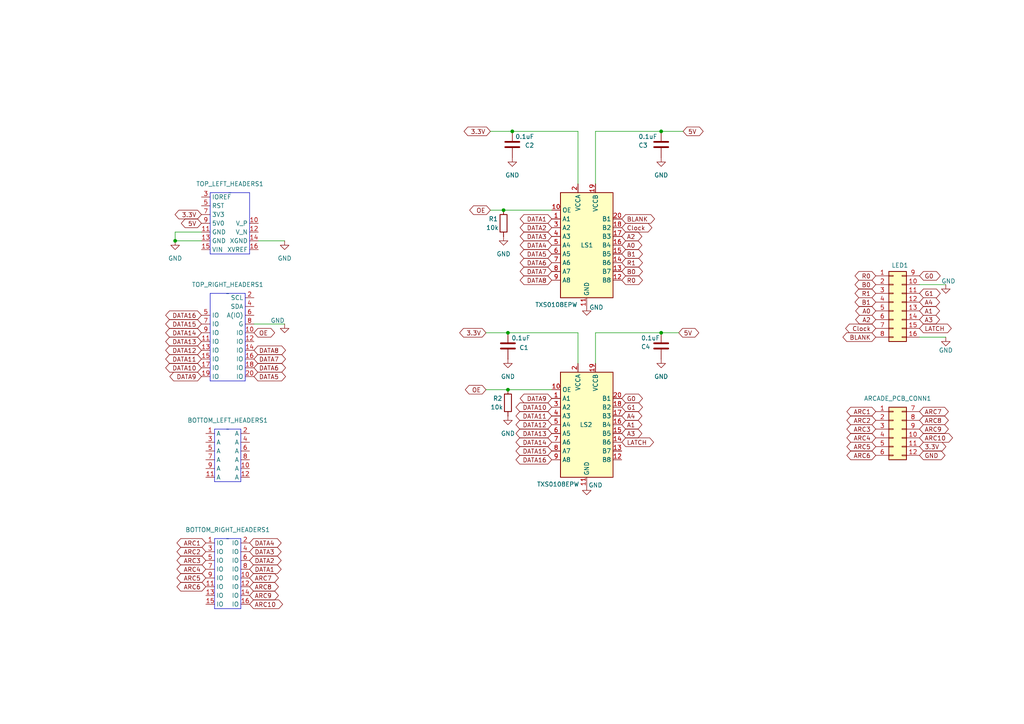
<source format=kicad_sch>
(kicad_sch (version 20250114) (generator "eeschema") (generator_version "9.0")
  (paper "A4")
  (title_block (title "SPUD"))
  (lib_symbols
    (symbol "C_1" (pin_numbers (hide yes)) (pin_names (offset 0.254))
      (property "Reference" "C1" (at 6.35 -0.254 0))
      (property "Value" "0.1uF" (at 6.35 2.286 0))
      (symbol "C_1_0_1"
        (polyline (pts (xy -2.032 0.762) (xy 2.032 0.762)) (stroke (width 0.508)))
        (polyline (pts (xy -2.032 -0.762) (xy 2.032 -0.762)) (stroke (width 0.508)))
      )
      (symbol "C_1_1_1"
        (pin passive line (at 0 3.81 270) (length 2.794) (name "~") (number "1"))
        (pin passive line (at 0 -3.81 90) (length 2.794) (name "~") (number "2"))
      )
    )
    (symbol "Connector_Generic:ARCADE_PCB_CONN" (pin_names (offset 1.016) (hide yes))
      (property "Reference" "J" (at 1.27 7.62 0))
      (property "Value" "Conn_02x06_Top_Bottom" (at 1.27 -10.16 0))
      (symbol "ARCADE_PCB_CONN_1_1"
        (rectangle (start -1.27 6.35) (end 3.81 -8.89) (stroke (width 0.254)) (fill (type background)))
        (rectangle (start -1.27 5.207) (end 0 4.953) (stroke (width 0.1524)))
        (rectangle (start -1.27 2.667) (end 0 2.413) (stroke (width 0.1524)))
        (rectangle (start -1.27 0.127) (end 0 -0.127) (stroke (width 0.1524)))
        (rectangle (start -1.27 -2.413) (end 0 -2.667) (stroke (width 0.1524)))
        (rectangle (start -1.27 -4.953) (end 0 -5.207) (stroke (width 0.1524)))
        (rectangle (start -1.27 -7.493) (end 0 -7.747) (stroke (width 0.1524)))
        (rectangle (start 3.81 5.207) (end 2.54 4.953) (stroke (width 0.1524)))
        (rectangle (start 3.81 2.667) (end 2.54 2.413) (stroke (width 0.1524)))
        (rectangle (start 3.81 0.127) (end 2.54 -0.127) (stroke (width 0.1524)))
        (rectangle (start 3.81 -2.413) (end 2.54 -2.667) (stroke (width 0.1524)))
        (rectangle (start 3.81 -4.953) (end 2.54 -5.207) (stroke (width 0.1524)))
        (rectangle (start 3.81 -7.493) (end 2.54 -7.747) (stroke (width 0.1524)))
        (pin passive line (at -5.08 5.08 0) (length 3.81) (name "Pin_1") (number "1"))
        (pin passive line (at -5.08 2.54 0) (length 3.81) (name "Pin_2") (number "2"))
        (pin passive line (at -5.08 0 0) (length 3.81) (name "Pin_3") (number "3"))
        (pin passive line (at -5.08 -2.54 0) (length 3.81) (name "Pin_4") (number "4"))
        (pin passive line (at -5.08 -5.08 0) (length 3.81) (name "Pin_5") (number "5"))
        (pin passive line (at -5.08 -7.62 0) (length 3.81) (name "Pin_6") (number "6"))
        (pin passive line (at 7.62 5.08 180) (length 3.81) (name "Pin_7") (number "7"))
        (pin passive line (at 7.62 2.54 180) (length 3.81) (name "Pin_8") (number "8"))
        (pin passive line (at 7.62 0 180) (length 3.81) (name "Pin_9") (number "9"))
        (pin passive line (at 7.62 -2.54 180) (length 3.81) (name "Pin_10") (number "10"))
        (pin passive line (at 7.62 -5.08 180) (length 3.81) (name "Pin_11") (number "11"))
        (pin passive line (at 7.62 -7.62 180) (length 3.81) (name "Pin_12") (number "12"))
      )
    )
    (symbol "Connector_Generic:Conn_02x08_Top_Bottom" (pin_names (offset 1.016) (hide yes))
      (property "Reference" "J" (at 1.27 10.16 0))
      (property "Value" "Conn_02x08_Top_Bottom" (at 1.27 -12.7 0))
      (symbol "Conn_02x08_Top_Bottom_1_1"
        (rectangle (start -1.27 8.89) (end 3.81 -11.43) (stroke (width 0.254)) (fill (type background)))
        (rectangle (start -1.27 7.747) (end 0 7.493) (stroke (width 0.1524)))
        (rectangle (start -1.27 5.207) (end 0 4.953) (stroke (width 0.1524)))
        (rectangle (start -1.27 2.667) (end 0 2.413) (stroke (width 0.1524)))
        (rectangle (start -1.27 0.127) (end 0 -0.127) (stroke (width 0.1524)))
        (rectangle (start -1.27 -2.413) (end 0 -2.667) (stroke (width 0.1524)))
        (rectangle (start -1.27 -4.953) (end 0 -5.207) (stroke (width 0.1524)))
        (rectangle (start -1.27 -7.493) (end 0 -7.747) (stroke (width 0.1524)))
        (rectangle (start -1.27 -10.033) (end 0 -10.287) (stroke (width 0.1524)))
        (rectangle (start 3.81 7.747) (end 2.54 7.493) (stroke (width 0.1524)))
        (rectangle (start 3.81 5.207) (end 2.54 4.953) (stroke (width 0.1524)))
        (rectangle (start 3.81 2.667) (end 2.54 2.413) (stroke (width 0.1524)))
        (rectangle (start 3.81 0.127) (end 2.54 -0.127) (stroke (width 0.1524)))
        (rectangle (start 3.81 -2.413) (end 2.54 -2.667) (stroke (width 0.1524)))
        (rectangle (start 3.81 -4.953) (end 2.54 -5.207) (stroke (width 0.1524)))
        (rectangle (start 3.81 -7.493) (end 2.54 -7.747) (stroke (width 0.1524)))
        (rectangle (start 3.81 -10.033) (end 2.54 -10.287) (stroke (width 0.1524)))
        (pin passive line (at -5.08 7.62 0) (length 3.81) (name "Pin_1") (number "1"))
        (pin passive line (at -5.08 5.08 0) (length 3.81) (name "Pin_2") (number "2"))
        (pin passive line (at -5.08 2.54 0) (length 3.81) (name "Pin_3") (number "3"))
        (pin passive line (at -5.08 0 0) (length 3.81) (name "Pin_4") (number "4"))
        (pin passive line (at -5.08 -2.54 0) (length 3.81) (name "Pin_5") (number "5"))
        (pin passive line (at -5.08 -5.08 0) (length 3.81) (name "Pin_6") (number "6"))
        (pin passive line (at -5.08 -7.62 0) (length 3.81) (name "Pin_7") (number "7"))
        (pin passive line (at -5.08 -10.16 0) (length 3.81) (name "Pin_8") (number "8"))
        (pin passive line (at 7.62 7.62 180) (length 3.81) (name "Pin_9") (number "9"))
        (pin passive line (at 7.62 5.08 180) (length 3.81) (name "Pin_10") (number "10"))
        (pin passive line (at 7.62 2.54 180) (length 3.81) (name "Pin_11") (number "11"))
        (pin passive line (at 7.62 0 180) (length 3.81) (name "Pin_12") (number "12"))
        (pin passive line (at 7.62 -2.54 180) (length 3.81) (name "Pin_13") (number "13"))
        (pin passive line (at 7.62 -5.08 180) (length 3.81) (name "Pin_14") (number "14"))
        (pin passive line (at 7.62 -7.62 180) (length 3.81) (name "Pin_15") (number "15"))
        (pin passive line (at 7.62 -10.16 180) (length 3.81) (name "Pin_16") (number "16"))
      )
    )
    (symbol "Device:C" (pin_numbers (hide yes)) (pin_names (offset 0.254))
      (property "Reference" "C" (at 0.635 2.54 0))
      (property "Value" "C" (at 0.635 -2.54 0))
      (symbol "C_0_1"
        (polyline (pts (xy -2.032 0.762) (xy 2.032 0.762)) (stroke (width 0.508)))
        (polyline (pts (xy -2.032 -0.762) (xy 2.032 -0.762)) (stroke (width 0.508)))
      )
      (symbol "C_1_1"
        (pin passive line (at 0 3.81 270) (length 2.794) (name "~") (number "1"))
        (pin passive line (at 0 -3.81 90) (length 2.794) (name "~") (number "2"))
      )
    )
    (symbol "Device:R" (pin_numbers (hide yes)) (pin_names (offset 0))
      (property "Reference" "R" (at 2.032 0 90))
      (property "Value" "R" (at 0 0 90))
      (symbol "R_0_1"
        (rectangle (start -1.016 -2.54) (end 1.016 2.54) (stroke (width 0.254)))
      )
      (symbol "R_1_1"
        (pin passive line (at 0 3.81 270) (length 1.27) (name "~") (number "1"))
        (pin passive line (at 0 -3.81 90) (length 1.27) (name "~") (number "2"))
      )
    )
    (symbol "Logic_LevelTranslator:TXS0108EPW"
      (property "Reference" "U" (at -6.35 16.51 0))
      (property "Value" "TXS0108EPW" (at 3.81 16.51 0))
      (symbol "TXS0108EPW_0_1"
        (rectangle (start -7.62 15.24) (end 7.62 -15.24) (stroke (width 0.254)) (fill (type background)))
      )
      (symbol "TXS0108EPW_1_1"
        (pin input line (at -10.16 10.16 0) (length 2.54) (name "OE") (number "10"))
        (pin bidirectional line (at -10.16 7.62 0) (length 2.54) (name "A1") (number "1"))
        (pin bidirectional line (at -10.16 5.08 0) (length 2.54) (name "A2") (number "3"))
        (pin bidirectional line (at -10.16 2.54 0) (length 2.54) (name "A3") (number "4"))
        (pin bidirectional line (at -10.16 0 0) (length 2.54) (name "A4") (number "5"))
        (pin bidirectional line (at -10.16 -2.54 0) (length 2.54) (name "A5") (number "6"))
        (pin bidirectional line (at -10.16 -5.08 0) (length 2.54) (name "A6") (number "7"))
        (pin bidirectional line (at -10.16 -7.62 0) (length 2.54) (name "A7") (number "8"))
        (pin bidirectional line (at -10.16 -10.16 0) (length 2.54) (name "A8") (number "9"))
        (pin power_in line (at -2.54 17.78 270) (length 2.54) (name "VCCA") (number "2"))
        (pin power_in line (at 0 -17.78 90) (length 2.54) (name "GND") (number "11"))
        (pin power_in line (at 2.54 17.78 270) (length 2.54) (name "VCCB") (number "19"))
        (pin bidirectional line (at 10.16 7.62 180) (length 2.54) (name "B1") (number "20"))
        (pin bidirectional line (at 10.16 5.08 180) (length 2.54) (name "B2") (number "18"))
        (pin bidirectional line (at 10.16 2.54 180) (length 2.54) (name "B3") (number "17"))
        (pin bidirectional line (at 10.16 0 180) (length 2.54) (name "B4") (number "16"))
        (pin bidirectional line (at 10.16 -2.54 180) (length 2.54) (name "B5") (number "15"))
        (pin bidirectional line (at 10.16 -5.08 180) (length 2.54) (name "B6") (number "14"))
        (pin bidirectional line (at 10.16 -7.62 180) (length 2.54) (name "B7") (number "13"))
        (pin bidirectional line (at 10.16 -10.16 180) (length 2.54) (name "B8") (number "12"))
      )
    )
    (symbol "R_1" (pin_numbers (hide yes)) (pin_names (offset 0))
      (property "Reference" "R1" (at -4.318 1.27 0))
      (property "Value" "10k" (at -5.08 -1.27 0))
      (symbol "R_1_0_1"
        (rectangle (start -1.016 2.54) (end 1.016 -2.54) (stroke (width 0.254)))
      )
      (symbol "R_1_1_1"
        (pin passive line (at 0 3.81 270) (length 1.27) (name "~") (number "1"))
        (pin passive line (at 0 -3.81 90) (length 1.27) (name "~") (number "2"))
      )
    )
    (symbol "Spartan-7-J2:J3-4_Header_TOP"
      (property "Reference" "TOP_RIGHT_HEADERS1" (at 1.27 2.54 0))
      (property "Value" "~" (at 1.27 0 0))
      (symbol "J3-4_Header_TOP_1_0"
        (pin no_connect line (at -6.35 -1.27 0) (length 2.54) (hide yes) (name "") (number ""))
        (pin no_connect line (at -6.35 -3.81 0) (length 2.54) (hide yes) (name "") (number ""))
        (pin bidirectional line (at -6.35 -6.35 0) (length 2.54) (name "IO") (number "5"))
        (pin bidirectional line (at -6.35 -8.89 0) (length 2.54) (name "IO") (number "7"))
        (pin bidirectional line (at -6.35 -11.43 0) (length 2.54) (name "IO") (number "9"))
        (pin bidirectional line (at -6.35 -13.97 0) (length 2.54) (name "IO") (number "11"))
        (pin bidirectional line (at -6.35 -16.51 0) (length 2.54) (name "IO") (number "13"))
        (pin bidirectional line (at -6.35 -19.05 0) (length 2.54) (name "IO") (number "15"))
        (pin bidirectional line (at -6.35 -21.59 0) (length 2.54) (name "IO") (number "17"))
        (pin bidirectional line (at -6.35 -24.13 0) (length 2.54) (name "IO") (number "19"))
        (pin bidirectional line (at 8.89 -1.27 180) (length 2.54) (name "SCL") (number "2"))
        (pin bidirectional line (at 8.89 -3.81 180) (length 2.54) (name "SDA") (number "4"))
        (pin bidirectional line (at 8.89 -6.35 180) (length 2.54) (name "A(IO)") (number "6"))
        (pin power_in line (at 8.89 -8.89 180) (length 2.54) (name "G") (number "8"))
        (pin bidirectional line (at 8.89 -11.43 180) (length 2.54) (name "IO") (number "10"))
        (pin bidirectional line (at 8.89 -13.97 180) (length 2.54) (name "IO") (number "12"))
        (pin bidirectional line (at 8.89 -16.51 180) (length 2.54) (name "IO") (number "14"))
        (pin bidirectional line (at 8.89 -19.05 180) (length 2.54) (name "IO") (number "16"))
        (pin bidirectional line (at 8.89 -21.59 180) (length 2.54) (name "IO") (number "18"))
        (pin bidirectional line (at 8.89 -24.13 180) (length 2.54) (name "IO") (number "20"))
      )
    )
    (symbol "Spartan-7-J2:J5_Header"
      (property "Reference" "BOTTOM_RIGHT_HEADERS1" (at 0 1.27 0))
      (property "Value" "~" (at 0 -1.27 0))
      (symbol "J5_Header_1_0"
        (pin bidirectional line (at -6.35 -2.54 0) (length 2.54) (name "IO") (number "1"))
        (pin bidirectional line (at -6.35 -5.08 0) (length 2.54) (name "IO") (number "3"))
        (pin bidirectional line (at -6.35 -7.62 0) (length 2.54) (name "IO") (number "5"))
        (pin bidirectional line (at -6.35 -10.16 0) (length 2.54) (name "IO") (number "7"))
        (pin bidirectional line (at -6.35 -12.7 0) (length 2.54) (name "IO") (number "9"))
        (pin bidirectional line (at -6.35 -15.24 0) (length 2.54) (name "IO") (number "11"))
        (pin bidirectional line (at -6.35 -17.78 0) (length 2.54) (name "IO") (number "13"))
        (pin bidirectional line (at -6.35 -20.32 0) (length 2.54) (name "IO") (number "15"))
        (pin bidirectional line (at 6.35 -2.54 180) (length 2.54) (name "IO") (number "2"))
        (pin bidirectional line (at 6.35 -5.08 180) (length 2.54) (name "IO") (number "4"))
        (pin bidirectional line (at 6.35 -7.62 180) (length 2.54) (name "IO") (number "6"))
        (pin bidirectional line (at 6.35 -10.16 180) (length 2.54) (name "IO") (number "8"))
        (pin bidirectional line (at 6.35 -12.7 180) (length 2.54) (name "IO") (number "10"))
        (pin bidirectional line (at 6.35 -15.24 180) (length 2.54) (name "IO") (number "12"))
        (pin bidirectional line (at 6.35 -17.78 180) (length 2.54) (name "IO") (number "14"))
        (pin bidirectional line (at 6.35 -20.32 180) (length 2.54) (name "IO") (number "16"))
      )
    )
    (symbol "Spartan-7-J2:J6-8_Header_BOT"
      (property "Reference" "BOTTOM_LEFT_HEADERS1" (at 0 1.27 0))
      (property "Value" "~" (at 0 -1.27 0))
      (symbol "J6-8_Header_BOT_1_0"
        (pin input line (at -6.35 -2.54 0) (length 2.54) (name "A") (number "1"))
        (pin input line (at -6.35 -5.08 0) (length 2.54) (name "A") (number "3"))
        (pin input line (at -6.35 -7.62 0) (length 2.54) (name "A") (number "5"))
        (pin input line (at -6.35 -10.16 0) (length 2.54) (name "A") (number "7"))
        (pin input line (at -6.35 -12.7 0) (length 2.54) (name "A") (number "9"))
        (pin input line (at -6.35 -15.24 0) (length 2.54) (name "A") (number "11"))
        (pin input line (at 6.35 -2.54 180) (length 2.54) (name "A") (number "2"))
        (pin input line (at 6.35 -5.08 180) (length 2.54) (name "A") (number "4"))
        (pin input line (at 6.35 -7.62 180) (length 2.54) (name "A") (number "6"))
        (pin input line (at 6.35 -10.16 180) (length 2.54) (name "A") (number "8"))
        (pin input line (at 6.35 -12.7 180) (length 2.54) (name "A") (number "10"))
        (pin input line (at 6.35 -15.24 180) (length 2.54) (name "A") (number "12"))
      )
    )
    (symbol "Spartan-7-J2:J6-8_Header_TOP"
      (property "Reference" "TOP_LEFT_HEADERS1" (at 1.905 -1.27 0))
      (property "Value" "~" (at 1.905 -3.81 0))
      (symbol "J6-8_Header_TOP_1_0"
        (pin no_connect line (at -6.35 -2.54 0) (length 2.54) (hide yes) (name "") (number ""))
        (pin power_in line (at -6.35 -5.08 0) (length 2.54) (name "IOREF") (number "3"))
        (pin input line (at -6.35 -7.62 0) (length 2.54) (name "RST") (number "5"))
        (pin power_out line (at -6.35 -10.16 0) (length 2.54) (name "3V3") (number "7"))
        (pin power_out line (at -6.35 -12.7 0) (length 2.54) (name "5V0") (number "9"))
        (pin power_in line (at -6.35 -15.24 0) (length 2.54) (name "GND") (number "11"))
        (pin power_in line (at -6.35 -17.78 0) (length 2.54) (name "GND") (number "13"))
        (pin power_in line (at -6.35 -20.32 0) (length 2.54) (name "VIN") (number "15"))
        (pin no_connect line (at 10.16 -2.54 180) (length 2.54) (hide yes) (name "") (number ""))
        (pin no_connect line (at 10.16 -5.08 180) (length 2.54) (hide yes) (name "") (number ""))
        (pin no_connect line (at 10.16 -7.62 180) (length 2.54) (hide yes) (name "") (number ""))
        (pin no_connect line (at 10.16 -10.16 180) (length 2.54) (hide yes) (name "") (number ""))
        (pin power_in line (at 10.16 -12.7 180) (length 2.54) (name "V_P") (number "10"))
        (pin power_in line (at 10.16 -15.24 180) (length 2.54) (name "V_N") (number "12"))
        (pin power_in line (at 10.16 -17.78 180) (length 2.54) (name "XGND") (number "14"))
        (pin power_in line (at 10.16 -20.32 180) (length 2.54) (name "XVREF") (number "16"))
      )
    )
    (symbol "power:GND" (power) (pin_numbers (hide yes)) (pin_names (offset 0) (hide yes))
      (property "Value" "GND" (at 0 -3.81 0))
      (symbol "GND_0_1"
        (polyline (pts (xy 0 0) (xy 0 -1.27) (xy 1.27 -1.27) (xy 0 -2.54) (xy -1.27 -1.27) (xy 0 -1.27)))
      )
      (symbol "GND_1_1"
        (pin power_in line (at 0 0 270) (length 0) (name "~") (number "1"))
      )
    )
  )
  (junction (at 191.77 96.52))
  (junction (at 191.77 38.1))
  (junction (at 148.59 38.1))
  (junction (at 147.32 113.03))
  (junction (at 147.32 96.52))
  (junction (at 50.8 69.85))
  (junction (at 146.05 60.96))
  (wire (pts (xy 167.64 53.34) (xy 167.64 38.1)))
  (wire (pts (xy 172.72 38.1) (xy 172.72 53.34)))
  (polyline (pts (xy 60.96 73.66) (xy 72.39 73.66)))
  (polyline (pts (xy 62.23 139.7) (xy 69.85 139.7)))
  (wire (pts (xy 58.42 67.31) (xy 50.8 67.31)))
  (wire (pts (xy 172.72 96.52) (xy 191.77 96.52)))
  (wire (pts (xy 142.24 60.96) (xy 146.05 60.96)))
  (wire (pts (xy 266.7 82.55) (xy 274.32 82.55)))
  (polyline (pts (xy 69.85 139.7) (xy 69.85 124.46)))
  (wire (pts (xy 142.24 38.1) (xy 148.59 38.1)))
  (wire (pts (xy 172.72 96.52) (xy 172.72 105.41)))
  (wire (pts (xy 191.77 96.52) (xy 196.85 96.52)))
  (wire (pts (xy 140.97 113.03) (xy 147.32 113.03)))
  (wire (pts (xy 167.64 105.41) (xy 167.64 96.52)))
  (polyline (pts (xy 60.96 90.17) (xy 60.96 110.49)))
  (polyline (pts (xy 72.39 73.66) (xy 72.39 55.88)))
  (wire (pts (xy 73.66 93.98) (xy 82.55 93.98)))
  (polyline (pts (xy 62.23 124.46) (xy 62.23 139.7)))
  (polyline (pts (xy 62.23 156.21) (xy 69.85 156.21)))
  (wire (pts (xy 74.93 69.85) (xy 82.55 69.85)))
  (wire (pts (xy 148.59 38.1) (xy 167.64 38.1)))
  (wire (pts (xy 191.77 38.1) (xy 198.12 38.1)))
  (polyline (pts (xy 60.96 85.09) (xy 60.96 90.17)))
  (wire (pts (xy 147.32 96.52) (xy 167.64 96.52)))
  (polyline (pts (xy 60.96 55.88) (xy 60.96 73.66)))
  (wire (pts (xy 146.05 60.96) (xy 160.02 60.96)))
  (wire (pts (xy 147.32 113.03) (xy 160.02 113.03)))
  (polyline (pts (xy 69.85 176.53) (xy 69.85 156.21)))
  (wire (pts (xy 140.97 96.52) (xy 147.32 96.52)))
  (wire (pts (xy 50.8 69.85) (xy 58.42 69.85)))
  (polyline (pts (xy 71.12 85.09) (xy 60.96 85.09)))
  (polyline (pts (xy 62.23 156.21) (xy 62.23 176.53)))
  (polyline (pts (xy 62.23 124.46) (xy 69.85 124.46)))
  (polyline (pts (xy 62.23 176.53) (xy 69.85 176.53)))
  (polyline (pts (xy 71.12 110.49) (xy 71.12 85.09)))
  (polyline (pts (xy 60.96 55.88) (xy 72.39 55.88)))
  (polyline (pts (xy 60.96 110.49) (xy 71.12 110.49)))
  (wire (pts (xy 266.7 97.79) (xy 274.32 97.79)))
  (wire (pts (xy 50.8 67.31) (xy 50.8 69.85)))
  (wire (pts (xy 191.77 38.1) (xy 172.72 38.1)))
  (global_label "A0" (shape bidirectional) (at 180.34 71.12 0) (property "Intersheetrefs" "${INTERSHEET_REFS}" (effects (hide yes))))
  (global_label "ARC9" (shape bidirectional) (at 72.39 172.72 0) (property "Intersheetrefs" "${INTERSHEET_REFS}" (effects (hide yes))))
  (global_label "5V" (shape bidirectional) (at 196.85 96.52 0) (property "Intersheetrefs" "${INTERSHEET_REFS}" (effects (hide yes))))
  (global_label "R1" (shape bidirectional) (at 254 85.09 180) (property "Intersheetrefs" "${INTERSHEET_REFS}" (effects (hide yes))))
  (global_label "ARC9" (shape bidirectional) (at 266.7 124.46 0) (property "Intersheetrefs" "${INTERSHEET_REFS}" (effects (hide yes))))
  (global_label "3.3V" (shape bidirectional) (at 140.97 96.52 180) (property "Intersheetrefs" "${INTERSHEET_REFS}" (effects (hide yes))))
  (global_label "DATA13" (shape bidirectional) (at 58.42 99.06 180) (property "Intersheetrefs" "${INTERSHEET_REFS}" (effects (hide yes))))
  (global_label "R0" (shape bidirectional) (at 254 80.01 180) (property "Intersheetrefs" "${INTERSHEET_REFS}" (effects (hide yes))))
  (global_label "B1" (shape bidirectional) (at 180.34 73.66 0) (property "Intersheetrefs" "${INTERSHEET_REFS}" (effects (hide yes))))
  (global_label "ARC8" (shape bidirectional) (at 266.7 121.92 0) (property "Intersheetrefs" "${INTERSHEET_REFS}" (effects (hide yes))))
  (global_label "A4" (shape bidirectional) (at 180.34 120.65 0) (property "Intersheetrefs" "${INTERSHEET_REFS}" (effects (hide yes))))
  (global_label "DATA11" (shape bidirectional) (at 58.42 104.14 180) (property "Intersheetrefs" "${INTERSHEET_REFS}" (effects (hide yes))))
  (global_label "ARC6" (shape bidirectional) (at 254 132.08 180) (property "Intersheetrefs" "${INTERSHEET_REFS}" (effects (hide yes))))
  (global_label "A0" (shape bidirectional) (at 254 90.17 180) (property "Intersheetrefs" "${INTERSHEET_REFS}" (effects (hide yes))))
  (global_label "DATA5" (shape bidirectional) (at 160.02 73.66 180) (property "Intersheetrefs" "${INTERSHEET_REFS}" (effects (hide yes))))
  (global_label "BLANK" (shape bidirectional) (at 254 97.79 180) (property "Intersheetrefs" "${INTERSHEET_REFS}" (effects (hide yes))))
  (global_label "R1" (shape bidirectional) (at 180.34 76.2 0) (property "Intersheetrefs" "${INTERSHEET_REFS}" (effects (hide yes))))
  (global_label "OE" (shape bidirectional) (at 142.24 60.96 180) (property "Intersheetrefs" "${INTERSHEET_REFS}" (effects (hide yes))))
  (global_label "G1" (shape bidirectional) (at 266.7 85.09 0) (property "Intersheetrefs" "${INTERSHEET_REFS}" (effects (hide yes))))
  (global_label "R0" (shape bidirectional) (at 180.34 81.28 0) (property "Intersheetrefs" "${INTERSHEET_REFS}" (effects (hide yes))))
  (global_label "DATA9" (shape bidirectional) (at 58.42 109.22 180) (property "Intersheetrefs" "${INTERSHEET_REFS}" (effects (hide yes))))
  (global_label "3.3V" (shape bidirectional) (at 266.7 129.54 0) (property "Intersheetrefs" "${INTERSHEET_REFS}" (effects (hide yes))))
  (global_label "DATA3" (shape bidirectional) (at 72.39 160.02 0) (property "Intersheetrefs" "${INTERSHEET_REFS}" (effects (hide yes))))
  (global_label "ARC2" (shape bidirectional) (at 254 121.92 180) (property "Intersheetrefs" "${INTERSHEET_REFS}" (effects (hide yes))))
  (global_label "A1" (shape bidirectional) (at 266.7 90.17 0) (property "Intersheetrefs" "${INTERSHEET_REFS}" (effects (hide yes))))
  (global_label "5V" (shape bidirectional) (at 198.12 38.1 0) (property "Intersheetrefs" "${INTERSHEET_REFS}" (effects (hide yes))))
  (global_label "G0" (shape bidirectional) (at 266.7 80.01 0) (property "Intersheetrefs" "${INTERSHEET_REFS}" (effects (hide yes))))
  (global_label "B1" (shape bidirectional) (at 254 87.63 180) (property "Intersheetrefs" "${INTERSHEET_REFS}" (effects (hide yes))))
  (global_label "A2" (shape bidirectional) (at 254 92.71 180) (property "Intersheetrefs" "${INTERSHEET_REFS}" (effects (hide yes))))
  (global_label "ARC10" (shape bidirectional) (at 72.39 175.26 0) (property "Intersheetrefs" "${INTERSHEET_REFS}" (effects (hide yes))))
  (global_label "B0" (shape bidirectional) (at 254 82.55 180) (property "Intersheetrefs" "${INTERSHEET_REFS}" (effects (hide yes))))
  (global_label "ARC6" (shape bidirectional) (at 59.69 170.18 180) (property "Intersheetrefs" "${INTERSHEET_REFS}" (effects (hide yes))))
  (global_label "A4" (shape bidirectional) (at 266.7 87.63 0) (property "Intersheetrefs" "${INTERSHEET_REFS}" (effects (hide yes))))
  (global_label "5V" (shape bidirectional) (at 58.42 64.77 180) (property "Intersheetrefs" "${INTERSHEET_REFS}" (effects (hide yes))))
  (global_label "DATA5" (shape bidirectional) (at 73.66 109.22 0) (property "Intersheetrefs" "${INTERSHEET_REFS}" (effects (hide yes))))
  (global_label "GND" (shape bidirectional) (at 266.7 132.08 0) (property "Intersheetrefs" "${INTERSHEET_REFS}" (effects (hide yes))))
  (global_label "LATCH" (shape bidirectional) (at 180.34 128.27 0) (property "Intersheetrefs" "${INTERSHEET_REFS}" (effects (hide yes))))
  (global_label "ARC2" (shape bidirectional) (at 59.69 160.02 180) (property "Intersheetrefs" "${INTERSHEET_REFS}" (effects (hide yes))))
  (global_label "DATA14" (shape bidirectional) (at 160.02 128.27 180) (property "Intersheetrefs" "${INTERSHEET_REFS}" (effects (hide yes))))
  (global_label "DATA4" (shape bidirectional) (at 72.39 157.48 0) (property "Intersheetrefs" "${INTERSHEET_REFS}" (effects (hide yes))))
  (global_label "G0" (shape bidirectional) (at 180.34 115.57 0) (property "Intersheetrefs" "${INTERSHEET_REFS}" (effects (hide yes))))
  (global_label "DATA2" (shape bidirectional) (at 160.02 66.04 180) (property "Intersheetrefs" "${INTERSHEET_REFS}" (effects (hide yes))))
  (global_label "3.3V" (shape bidirectional) (at 142.24 38.1 180) (property "Intersheetrefs" "${INTERSHEET_REFS}" (effects (hide yes))))
  (global_label "DATA12" (shape bidirectional) (at 160.02 123.19 180) (property "Intersheetrefs" "${INTERSHEET_REFS}" (effects (hide yes))))
  (global_label "ARC3" (shape bidirectional) (at 59.69 162.56 180) (property "Intersheetrefs" "${INTERSHEET_REFS}" (effects (hide yes))))
  (global_label "A3" (shape bidirectional) (at 266.7 92.71 0) (property "Intersheetrefs" "${INTERSHEET_REFS}" (effects (hide yes))))
  (global_label "B0" (shape bidirectional) (at 180.34 78.74 0) (property "Intersheetrefs" "${INTERSHEET_REFS}" (effects (hide yes))))
  (global_label "DATA4" (shape bidirectional) (at 160.02 71.12 180) (property "Intersheetrefs" "${INTERSHEET_REFS}" (effects (hide yes))))
  (global_label "DATA10" (shape bidirectional) (at 160.02 118.11 180) (property "Intersheetrefs" "${INTERSHEET_REFS}" (effects (hide yes))))
  (global_label "DATA13" (shape bidirectional) (at 160.02 125.73 180) (property "Intersheetrefs" "${INTERSHEET_REFS}" (effects (hide yes))))
  (global_label "ARC10" (shape bidirectional) (at 266.7 127 0) (property "Intersheetrefs" "${INTERSHEET_REFS}" (effects (hide yes))))
  (global_label "DATA9" (shape bidirectional) (at 160.02 115.57 180) (property "Intersheetrefs" "${INTERSHEET_REFS}" (effects (hide yes))))
  (global_label "DATA1" (shape bidirectional) (at 160.02 63.5 180) (property "Intersheetrefs" "${INTERSHEET_REFS}" (effects (hide yes))))
  (global_label "DATA6" (shape bidirectional) (at 73.66 106.68 0) (property "Intersheetrefs" "${INTERSHEET_REFS}" (effects (hide yes))))
  (global_label "ARC1" (shape bidirectional) (at 254 119.38 180) (property "Intersheetrefs" "${INTERSHEET_REFS}" (effects (hide yes))))
  (global_label "DATA8" (shape bidirectional) (at 160.02 81.28 180) (property "Intersheetrefs" "${INTERSHEET_REFS}" (effects (hide yes))))
  (global_label "DATA15" (shape bidirectional) (at 58.42 93.98 180) (property "Intersheetrefs" "${INTERSHEET_REFS}" (effects (hide yes))))
  (global_label "ARC4" (shape bidirectional) (at 59.69 165.1 180) (property "Intersheetrefs" "${INTERSHEET_REFS}" (effects (hide yes))))
  (global_label "ARC1" (shape bidirectional) (at 59.69 157.48 180) (property "Intersheetrefs" "${INTERSHEET_REFS}" (effects (hide yes))))
  (global_label "ARC5" (shape bidirectional) (at 59.69 167.64 180) (property "Intersheetrefs" "${INTERSHEET_REFS}" (effects (hide yes))))
  (global_label "DATA15" (shape bidirectional) (at 160.02 130.81 180) (property "Intersheetrefs" "${INTERSHEET_REFS}" (effects (hide yes))))
  (global_label "ARC7" (shape bidirectional) (at 266.7 119.38 0) (property "Intersheetrefs" "${INTERSHEET_REFS}" (effects (hide yes))))
  (global_label "DATA14" (shape bidirectional) (at 58.42 96.52 180) (property "Intersheetrefs" "${INTERSHEET_REFS}" (effects (hide yes))))
  (global_label "DATA12" (shape bidirectional) (at 58.42 101.6 180) (property "Intersheetrefs" "${INTERSHEET_REFS}" (effects (hide yes))))
  (global_label "ARC7" (shape bidirectional) (at 72.39 167.64 0) (property "Intersheetrefs" "${INTERSHEET_REFS}" (effects (hide yes))))
  (global_label "A1" (shape bidirectional) (at 180.34 123.19 0) (property "Intersheetrefs" "${INTERSHEET_REFS}" (effects (hide yes))))
  (global_label "DATA1" (shape bidirectional) (at 72.39 165.1 0) (property "Intersheetrefs" "${INTERSHEET_REFS}" (effects (hide yes))))
  (global_label "G1" (shape bidirectional) (at 180.34 118.11 0) (property "Intersheetrefs" "${INTERSHEET_REFS}" (effects (hide yes))))
  (global_label "DATA2" (shape bidirectional) (at 72.39 162.56 0) (property "Intersheetrefs" "${INTERSHEET_REFS}" (effects (hide yes))))
  (global_label "DATA6" (shape bidirectional) (at 160.02 76.2 180) (property "Intersheetrefs" "${INTERSHEET_REFS}" (effects (hide yes))))
  (global_label "ARC3" (shape bidirectional) (at 254 124.46 180) (property "Intersheetrefs" "${INTERSHEET_REFS}" (effects (hide yes))))
  (global_label "DATA10" (shape bidirectional) (at 58.42 106.68 180) (property "Intersheetrefs" "${INTERSHEET_REFS}" (effects (hide yes))))
  (global_label "DATA7" (shape bidirectional) (at 73.66 104.14 0) (property "Intersheetrefs" "${INTERSHEET_REFS}" (effects (hide yes))))
  (global_label "ARC8" (shape bidirectional) (at 72.39 170.18 0) (property "Intersheetrefs" "${INTERSHEET_REFS}" (effects (hide yes))))
  (global_label "OE" (shape bidirectional) (at 140.97 113.03 180) (property "Intersheetrefs" "${INTERSHEET_REFS}" (effects (hide yes))))
  (global_label "ARC4" (shape bidirectional) (at 254 127 180) (property "Intersheetrefs" "${INTERSHEET_REFS}" (effects (hide yes))))
  (global_label "A2" (shape bidirectional) (at 180.34 68.58 0) (property "Intersheetrefs" "${INTERSHEET_REFS}" (effects (hide yes))))
  (global_label "A3" (shape bidirectional) (at 180.34 125.73 0) (property "Intersheetrefs" "${INTERSHEET_REFS}" (effects (hide yes))))
  (global_label "OE" (shape bidirectional) (at 73.66 96.52 0) (property "Intersheetrefs" "${INTERSHEET_REFS}" (effects (hide yes))))
  (global_label "3.3V" (shape bidirectional) (at 58.42 62.23 180) (property "Intersheetrefs" "${INTERSHEET_REFS}" (effects (hide yes))))
  (global_label "DATA16" (shape bidirectional) (at 160.02 133.35 180) (property "Intersheetrefs" "${INTERSHEET_REFS}" (effects (hide yes))))
  (global_label "ARC5" (shape bidirectional) (at 254 129.54 180) (property "Intersheetrefs" "${INTERSHEET_REFS}" (effects (hide yes))))
  (global_label "LATCH" (shape bidirectional) (at 266.7 95.25 0) (property "Intersheetrefs" "${INTERSHEET_REFS}" (effects (hide yes))))
  (global_label "DATA16" (shape bidirectional) (at 58.42 91.44 180) (property "Intersheetrefs" "${INTERSHEET_REFS}" (effects (hide yes))))
  (global_label "DATA3" (shape bidirectional) (at 160.02 68.58 180) (property "Intersheetrefs" "${INTERSHEET_REFS}" (effects (hide yes))))
  (global_label "DATA11" (shape bidirectional) (at 160.02 120.65 180) (property "Intersheetrefs" "${INTERSHEET_REFS}" (effects (hide yes))))
  (global_label "Clock" (shape bidirectional) (at 254 95.25 180) (property "Intersheetrefs" "${INTERSHEET_REFS}" (effects (hide yes))))
  (global_label "BLANK" (shape bidirectional) (at 180.34 63.5 0) (property "Intersheetrefs" "${INTERSHEET_REFS}" (effects (hide yes))))
  (global_label "DATA7" (shape bidirectional) (at 160.02 78.74 180) (property "Intersheetrefs" "${INTERSHEET_REFS}" (effects (hide yes))))
  (global_label "Clock" (shape bidirectional) (at 180.34 66.04 0) (property "Intersheetrefs" "${INTERSHEET_REFS}" (effects (hide yes))))
  (global_label "DATA8" (shape bidirectional) (at 73.66 101.6 0) (property "Intersheetrefs" "${INTERSHEET_REFS}" (effects (hide yes))))
  (symbol (lib_id "power:GND") (at 146.05 68.58 0) (unit 1)
    (property "Reference" "#PWR04" (effects (hide yes)))
    (property "Value" "GND" (at 146.05 73.66 0))
    (property "Description" "Power symbol creates a global label with name \"GND\" , ground" (effects (hide yes)))
  )
  (symbol (lib_id "Device:C") (at 191.77 41.91 0) (unit 1)
    (property "Reference" "C3" (at 185.166 42.164 0) (effects (justify left)))
    (property "Value" "0.1uF" (at 185.166 39.624 0) (effects (justify left)))
    (property "Footprint" "Capacitor_SMD:C_0805_2012Metric" (effects (hide yes)))
    (property "Description" "Unpolarized capacitor" (effects (hide yes)))
  )
  (symbol (lib_name "C_1") (lib_id "Device:C") (at 148.59 41.91 0) (unit 1)
    (property "Reference" "C2" (at 154.94 42.164 0) (effects (justify right)))
    (property "Value" "0.1uF" (at 154.94 39.624 0) (effects (justify right)))
    (property "Footprint" "Capacitor_SMD:C_0805_2012Metric" (effects (hide yes)))
    (property "Description" "Unpolarized capacitor" (effects (hide yes)))
  )
  (symbol (lib_id "Spartan-7-J2:J5_Header") (at 66.04 154.94 0) (unit 1)
    (property "Reference" "BOTTOM_RIGHT_HEADERS1" (at 66.04 153.67 0))
    (property "Value" "~" (at 66.04 156.21 0))
    (property "Footprint" "Connector_PinHeader_2.54mm:PinHeader_2x08_P2.54mm_Vertical" (effects (hide yes)))
  )
  (symbol (lib_id "power:GND") (at 82.55 69.85 0) (unit 1)
    (property "Reference" "#PWR02" (effects (hide yes)))
    (property "Value" "GND" (at 82.55 74.93 0))
    (property "Description" "Power symbol creates a global label with name \"GND\" , ground" (effects (hide yes)))
  )
  (symbol (lib_id "power:GND") (at 274.32 82.55 0) (unit 1)
    (property "Reference" "#PWR012" (effects (hide yes)))
    (property "Value" "GND" (at 275.082 81.534 0))
    (property "Description" "Power symbol creates a global label with name \"GND\" , ground" (effects (hide yes)))
  )
  (symbol (lib_id "Connector_Generic:ARCADE_PCB_CONN") (at 259.08 124.46 0) (unit 1)
    (property "Reference" "ARCADE_PCB_CONN1" (at 260.35 115.57 0))
    (property "Value" "Conn_02x06_Top_Bottom" (effects (hide yes)))
    (property "Footprint" "Connector_Harwin:Harwin_Gecko-G125-FVX1205L0X_2x06_P1.25mm_Vertical" (effects (hide yes)))
    (property "Description" "Generic connector, double row, 02x06, top/bottom pin numbering scheme (row 1: 1...pins_per_row, row2: pins_per_row+1 ... num_pins), script generated (kicad-library-utils/schlib/autogen/connector/)" (effects (hide yes)))
  )
  (symbol (lib_name "R_1") (lib_id "Device:R") (at 146.05 64.77 0) (unit 1)
    (property "Reference" "R1" (at 141.732 63.5 0) (effects (justify left)))
    (property "Value" "10k" (at 140.97 66.04 0) (effects (justify left)))
    (property "Footprint" "Resistor_SMD:R_0805_2012Metric" (effects (hide yes)))
    (property "Description" "Resistor" (effects (hide yes)))
  )
  (symbol (lib_id "Connector_Generic:Conn_02x08_Top_Bottom") (at 259.08 87.63 0) (unit 1)
    (property "Reference" "LED1" (at 258.572 76.962 0) (effects (justify left)))
    (property "Value" "Conn_02x08_Top_Bottom" (effects (hide yes)))
    (property "Footprint" "Connector_PinHeader_2.54mm:PinHeader_2x08_P2.54mm_Vertical" (effects (hide yes)))
    (property "Description" "Generic connector, double row, 02x08, top/bottom pin numbering scheme (row 1: 1...pins_per_row, row2: pins_per_row+1 ... num_pins), script generated (kicad-library-utils/schlib/autogen/connector/)" (effects (hide yes)))
  )
  (symbol (lib_id "power:GND") (at 170.18 88.9 0) (unit 1)
    (property "Reference" "#PWR08" (effects (hide yes)))
    (property "Value" "GND" (at 172.974 89.154 0))
    (property "Description" "Power symbol creates a global label with name \"GND\" , ground" (effects (hide yes)))
  )
  (symbol (lib_id "power:GND") (at 191.77 45.72 0) (unit 1)
    (property "Reference" "#PWR010" (effects (hide yes)))
    (property "Value" "GND" (at 191.77 50.8 0))
    (property "Description" "Power symbol creates a global label with name \"GND\" , ground" (effects (hide yes)))
  )
  (symbol (lib_id "power:GND") (at 148.59 45.72 0) (unit 1)
    (property "Reference" "#PWR07" (effects (hide yes)))
    (property "Value" "GND" (at 148.59 50.8 0))
    (property "Description" "Power symbol creates a global label with name \"GND\" , ground" (effects (hide yes)))
  )
  (symbol (lib_id "power:GND") (at 50.8 69.85 0) (unit 1)
    (property "Reference" "#PWR01" (effects (hide yes)))
    (property "Value" "GND" (at 50.8 74.93 0))
    (property "Description" "Power symbol creates a global label with name \"GND\" , ground" (effects (hide yes)))
  )
  (symbol (lib_id "Spartan-7-J2:J6-8_Header_BOT") (at 66.04 123.19 0) (unit 1)
    (property "Reference" "BOTTOM_LEFT_HEADERS1" (at 66.04 121.92 0))
    (property "Value" "~" (at 66.04 124.46 0))
    (property "Footprint" "Connector_PinHeader_2.54mm:PinHeader_2x06_P2.54mm_Vertical" (effects (hide yes)))
  )
  (symbol (lib_id "power:GND") (at 191.77 104.14 0) (unit 1)
    (property "Reference" "#PWR011" (effects (hide yes)))
    (property "Value" "GND" (at 191.77 109.22 0))
    (property "Description" "Power symbol creates a global label with name \"GND\" , ground" (effects (hide yes)))
  )
  (symbol (lib_id "power:GND") (at 147.32 120.65 0) (unit 1)
    (property "Reference" "#PWR06" (effects (hide yes)))
    (property "Value" "GND" (at 147.32 125.73 0))
    (property "Description" "Power symbol creates a global label with name \"GND\" , ground" (effects (hide yes)))
  )
  (symbol (lib_id "Device:C") (at 147.32 100.33 0) (unit 1)
    (property "Reference" "C1" (at 150.622 100.838 0) (effects (justify left)))
    (property "Value" "0.1uF" (at 148.336 98.044 0) (effects (justify left)))
    (property "Footprint" "Capacitor_SMD:C_0805_2012Metric" (effects (hide yes)))
    (property "Description" "Unpolarized capacitor" (effects (hide yes)))
  )
  (symbol (lib_id "Logic_LevelTranslator:TXS0108EPW") (at 170.18 71.12 0) (unit 1)
    (property "Reference" "LS1" (at 168.402 71.12 0) (effects (justify left)))
    (property "Value" "TXS0108EPW" (at 155.194 88.392 0) (effects (justify left)))
    (property "Footprint" "Package_SO:TSSOP-20_4.4x6.5mm_P0.65mm" (effects (hide yes)))
    (property "Datasheet" "www.ti.com/lit/ds/symlink/txs0108e.pdf" (effects (hide yes)))
    (property "Description" "Bidirectional  level-shifting voltage translator, TSSOP-20" (effects (hide yes)))
  )
  (symbol (lib_id "Spartan-7-J2:J6-8_Header_TOP") (at 64.77 52.07 0) (unit 1)
    (property "Reference" "TOP_LEFT_HEADERS1" (at 66.675 53.34 0))
    (property "Value" "~" (at 66.675 55.88 0))
    (property "Footprint" "Connector_PinHeader_2.54mm:PinHeader_2x08_P2.54mm_Vertical" (effects (hide yes)))
  )
  (symbol (lib_id "Device:R") (at 147.32 116.84 0) (unit 1)
    (property "Reference" "R2" (at 143.002 115.57 0) (effects (justify left)))
    (property "Value" "10k" (at 142.24 118.11 0) (effects (justify left)))
    (property "Footprint" "Resistor_SMD:R_0805_2012Metric" (effects (hide yes)))
    (property "Description" "Resistor" (effects (hide yes)))
  )
  (symbol (lib_id "Logic_LevelTranslator:TXS0108EPW") (at 170.18 123.19 0) (unit 1)
    (property "Reference" "LS2" (at 168.148 123.19 0) (effects (justify left)))
    (property "Value" "TXS0108EPW" (at 155.702 140.462 0) (effects (justify left)))
    (property "Footprint" "Package_SO:TSSOP-20_4.4x6.5mm_P0.65mm" (effects (hide yes)))
    (property "Datasheet" "www.ti.com/lit/ds/symlink/txs0108e.pdf" (effects (hide yes)))
    (property "Description" "Bidirectional  level-shifting voltage translator, TSSOP-20" (effects (hide yes)))
  )
  (symbol (lib_id "power:GND") (at 274.32 97.79 0) (unit 1)
    (property "Reference" "#PWR013" (effects (hide yes)))
    (property "Value" "GND" (at 274.32 101.6 0))
    (property "Description" "Power symbol creates a global label with name \"GND\" , ground" (effects (hide yes)))
  )
  (symbol (lib_id "power:GND") (at 147.32 104.14 0) (unit 1)
    (property "Reference" "#PWR05" (effects (hide yes)))
    (property "Value" "GND" (at 147.32 109.22 0))
    (property "Description" "Power symbol creates a global label with name \"GND\" , ground" (effects (hide yes)))
  )
  (symbol (lib_id "power:GND") (at 170.18 140.97 0) (unit 1)
    (property "Reference" "#PWR09" (effects (hide yes)))
    (property "Value" "GND" (at 172.72 140.716 0))
    (property "Description" "Power symbol creates a global label with name \"GND\" , ground" (effects (hide yes)))
  )
  (symbol (lib_id "Device:C") (at 191.77 100.33 0) (unit 1)
    (property "Reference" "C4" (at 185.928 100.584 0) (effects (justify left)))
    (property "Value" "0.1uF" (at 185.928 98.044 0) (effects (justify left)))
    (property "Footprint" "Capacitor_SMD:C_0805_2012Metric" (effects (hide yes)))
    (property "Description" "Unpolarized capacitor" (effects (hide yes)))
  )
  (symbol (lib_id "power:GND") (at 82.55 93.98 0) (unit 1)
    (property "Reference" "#PWR03" (effects (hide yes)))
    (property "Value" "GND" (at 80.518 92.964 0))
    (property "Description" "Power symbol creates a global label with name \"GND\" , ground" (effects (hide yes)))
  )
  (symbol (lib_id "Spartan-7-J2:J3-4_Header_TOP") (at 64.77 85.09 0) (unit 1)
    (property "Reference" "TOP_RIGHT_HEADERS1" (at 66.04 82.55 0))
    (property "Value" "~" (at 66.04 85.09 0))
    (property "Footprint" "Connector_PinHeader_2.54mm:PinHeader_2x10_P2.54mm_Vertical" (effects (hide yes)))
  )
)
</source>
